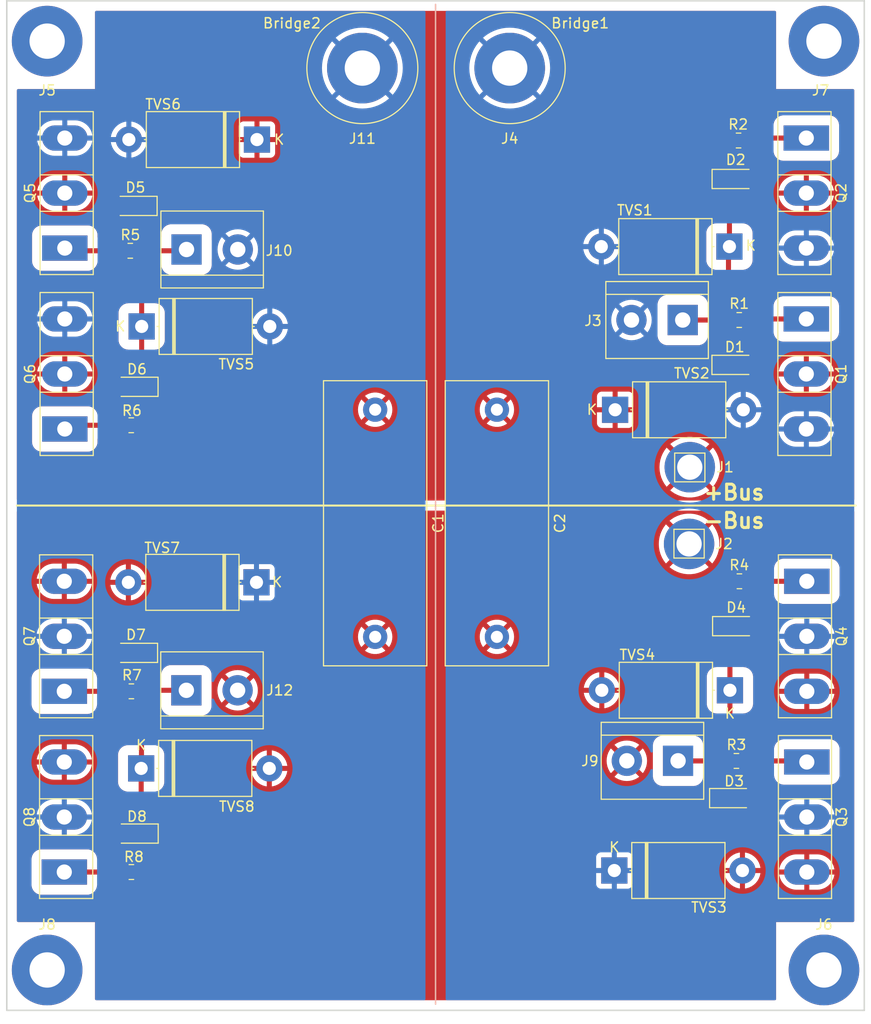
<source format=kicad_pcb>
(kicad_pcb (version 20221018) (generator pcbnew)
  (layers (0 "F.Cu" signal) (31 "B.Cu" signal) (34 "B.Paste" user) (35 "F.Paste" user) (36 "B.SilkS" user "B.Silkscreen") (37 "F.SilkS" user "F.Silkscreen") (38 "B.Mask" user) (39 "F.Mask" user) (44 "Edge.Cuts" user))
  (net 0 "")
  (net 1 "VDD")
  (net 2 "GND")
  (net 3 "Net-(D1-K)")
  (net 4 "Net-(D1-A)")
  (net 5 "Net-(D3-K)")
  (net 6 "Net-(D2-A)")
  (net 7 "Net-(D3-A)")
  (net 8 "Net-(D4-A)")
  (net 9 "Net-(D5-K)")
  (net 10 "Net-(D5-A)")
  (net 11 "Net-(D7-K)")
  (net 12 "Net-(D6-A)")
  (net 13 "Net-(D7-A)")
  (net 14 "Net-(D8-A)")
  (net 19 "Primary_2")
  (net 20 "Primary_1")
  (footprint "MountingHole:MountingHole_3.5mm_Pad_TopBottom" (layer "F.Cu") (at 24 24)
    (fp_text reference "J5" (at 0 4.875) (layer "F.SilkS"))
    (fp_text value "Conn_01x01")
    (pad "1" thru_hole circle locked (at 0 0) (size 3.9 3.9) (drill 3.5) (layers "*.Cu" "*.Mask"))
    (pad "1" connect circle locked (at 0 0) (size 7 7) (layers "F.Cu" "F.Mask"))
    (pad "1" connect circle locked (at 0 0) (size 7 7) (layers "B.Cu" "B.Mask"))
  )
  (footprint "MountingHole:MountingHole_3.5mm_Pad_TopBottom" (layer "F.Cu") (at 24 116)
    (fp_text reference "J8" (at 0 -4.5) (layer "F.SilkS"))
    (fp_text value "Conn_01x01")
    (pad "1" thru_hole circle locked (at 0 0) (size 3.9 3.9) (drill 3.5) (layers "*.Cu" "*.Mask"))
    (pad "1" connect circle locked (at 0 0) (size 7 7) (layers "F.Cu" "F.Mask"))
    (pad "1" connect circle locked (at 0 0) (size 7 7) (layers "B.Cu" "B.Mask"))
  )
  (footprint "Package_TO_SOT_THT:TO-247-3_Vertical" (layer "F.Cu") (at 25.7 88.4 90)
    (fp_text reference "Q7" (at 5.45 -3.45 90) (layer "F.SilkS"))
    (fp_text value "Q_NIGBT_GCE")
    (fp_line (start -2.62 -2.451) (end -2.62 2.82) (stroke (width 0.12)) (layer "F.SilkS"))
    (fp_line (start -2.62 -2.451) (end 13.52 -2.451) (stroke (width 0.12)) (layer "F.SilkS"))
    (fp_line (start -2.62 2.82) (end 13.52 2.82) (stroke (width 0.12)) (layer "F.SilkS"))
    (fp_line (start 3.646 -2.451) (end 3.646 2.82) (stroke (width 0.12)) (layer "F.SilkS"))
    (fp_line (start 7.255 -2.451) (end 7.255 2.82) (stroke (width 0.12)) (layer "F.SilkS"))
    (fp_line (start 13.52 -2.451) (end 13.52 2.82) (stroke (width 0.12)) (layer "F.SilkS"))
    (pad "1" thru_hole rect (at 0 0 90) (size 2.5 4.5) (drill 1.5) (layers "*.Cu" "*.Mask") (net 13 "Net-(D7-A)"))
    (pad "2" thru_hole oval (at 5.45 0 90) (size 2.5 4.5) (drill 1.5) (layers "*.Cu" "*.Mask") (net 19 "Primary_2"))
    (pad "3" thru_hole oval (at 10.9 0 90) (size 2.5 4.5) (drill 1.5) (layers "*.Cu" "*.Mask") (net 2 "GND"))
  )
  (footprint "Package_TO_SOT_THT:TO-247-3_Vertical" (layer "F.Cu") (at 25.75 44.5 90)
    (fp_text reference "Q5" (at 5.45 -3.45 90) (layer "F.SilkS"))
    (fp_text value "Q_NIGBT_GCE")
    (fp_line (start -2.62 -2.451) (end -2.62 2.82) (stroke (width 0.12)) (layer "F.SilkS"))
    (fp_line (start -2.62 -2.451) (end 13.52 -2.451) (stroke (width 0.12)) (layer "F.SilkS"))
    (fp_line (start -2.62 2.82) (end 13.52 2.82) (stroke (width 0.12)) (layer "F.SilkS"))
    (fp_line (start 3.646 -2.451) (end 3.646 2.82) (stroke (width 0.12)) (layer "F.SilkS"))
    (fp_line (start 7.255 -2.451) (end 7.255 2.82) (stroke (width 0.12)) (layer "F.SilkS"))
    (fp_line (start 13.52 -2.451) (end 13.52 2.82) (stroke (width 0.12)) (layer "F.SilkS"))
    (pad "1" thru_hole rect (at 0 0 90) (size 2.5 4.5) (drill 1.5) (layers "*.Cu" "*.Mask") (net 10 "Net-(D5-A)"))
    (pad "2" thru_hole oval (at 5.45 0 90) (size 2.5 4.5) (drill 1.5) (layers "*.Cu" "*.Mask") (net 1 "VDD"))
    (pad "3" thru_hole oval (at 10.9 0 90) (size 2.5 4.5) (drill 1.5) (layers "*.Cu" "*.Mask") (net 19 "Primary_2"))
  )
  (footprint "Connector_Pin:Pin_D1.4mm_L8.5mm_W2.8mm_FlatFork" (layer "F.Cu") (at 87.63 73.8 180)
    (fp_text reference "J2" (at -3.47 0 180) (layer "F.SilkS"))
    (fp_text value "NegBus")
    (fp_line (start -1.5 -1.4) (end -1.5 1.45) (stroke (width 0.12)) (layer "F.SilkS"))
    (fp_line (start -1.5 -1.4) (end 1.5 -1.4) (stroke (width 0.12)) (layer "F.SilkS"))
    (fp_line (start -1.5 1.45) (end 1.5 1.45) (stroke (width 0.12)) (layer "F.SilkS"))
    (fp_line (start 1.5 -1.4) (end 1.5 1.45) (stroke (width 0.12)) (layer "F.SilkS"))
    (pad "1" thru_hole circle (at 0 0 180) (size 5 5) (drill 2.5) (layers "*.Cu" "*.Mask") (net 2 "GND"))
  )
  (footprint "Connector_Pin:Pin_D1.4mm_L8.5mm_W2.8mm_FlatFork" (layer "F.Cu") (at 87.7 66.2)
    (fp_text reference "J1" (at 3.5 0) (layer "F.SilkS"))
    (fp_text value "PosBus")
    (fp_line (start -1.5 -1.4) (end -1.5 1.45) (stroke (width 0.12)) (layer "F.SilkS"))
    (fp_line (start -1.5 -1.4) (end 1.5 -1.4) (stroke (width 0.12)) (layer "F.SilkS"))
    (fp_line (start -1.5 1.45) (end 1.5 1.45) (stroke (width 0.12)) (layer "F.SilkS"))
    (fp_line (start 1.5 -1.4) (end 1.5 1.45) (stroke (width 0.12)) (layer "F.SilkS"))
    (pad "1" thru_hole circle (at 0 0) (size 5 5) (drill 2.5) (layers "*.Cu" "*.Mask") (net 1 "VDD"))
  )
  (footprint "MountingHole:MountingHole_3.5mm_Pad_TopBottom" (layer "F.Cu") (at 101 24)
    (fp_text reference "J7" (at -0.335 4.875) (layer "F.SilkS"))
    (fp_text value "Conn_01x01")
    (pad "1" thru_hole circle locked (at 0 0) (size 3.9 3.9) (drill 3.5) (layers "*.Cu" "*.Mask"))
    (pad "1" connect circle locked (at 0 0) (size 7 7) (layers "F.Cu" "F.Mask"))
    (pad "1" connect circle locked (at 0 0) (size 7 7) (layers "B.Cu" "B.Mask"))
  )
  (footprint "MountingHole:MountingHole_3.5mm_Pad_TopBottom" (layer "F.Cu") (at 101 116)
    (fp_text reference "J6" (at 0 -4.5) (layer "F.SilkS"))
    (fp_text value "Conn_01x01")
    (pad "1" thru_hole circle locked (at 0 0) (size 3.9 3.9) (drill 3.5) (layers "*.Cu" "*.Mask"))
    (pad "1" connect circle locked (at 0 0) (size 7 7) (layers "F.Cu" "F.Mask"))
    (pad "1" connect circle locked (at 0 0) (size 7 7) (layers "B.Cu" "B.Mask"))
  )
  (footprint "TerminalBlock:TerminalBlock_bornier-2_P5.08mm" (layer "F.Cu") (at 37.8 88.3)
    (fp_text reference "J12" (at 9.25 0) (layer "F.SilkS"))
    (fp_text value "Screw_Terminal_01x02")
    (fp_line (start -2.54 -3.81) (end -2.54 3.81) (stroke (width 0.12)) (layer "F.SilkS"))
    (fp_line (start -2.54 3.81) (end 7.62 3.81) (stroke (width 0.12)) (layer "F.SilkS"))
    (fp_line (start 7.62 -3.81) (end -2.54 -3.81) (stroke (width 0.12)) (layer "F.SilkS"))
    (fp_line (start 7.62 2.54) (end -2.54 2.54) (stroke (width 0.12)) (layer "F.SilkS"))
    (fp_line (start 7.62 3.81) (end 7.62 -3.81) (stroke (width 0.12)) (layer "F.SilkS"))
    (pad "1" thru_hole rect (at 0 0) (size 3 3) (drill 1.52) (layers "*.Cu" "*.Mask") (net 11 "Net-(D7-K)"))
    (pad "2" thru_hole circle (at 5.08 0) (size 3 3) (drill 1.52) (layers "*.Cu" "*.Mask") (net 2 "GND"))
  )
  (footprint "TerminalBlock:TerminalBlock_bornier-2_P5.08mm" (layer "F.Cu") (at 37.815 44.638)
    (fp_text reference "J10" (at 9.185 0.112) (layer "F.SilkS"))
    (fp_text value "Screw_Terminal_01x02")
    (fp_line (start -2.54 -3.81) (end -2.54 3.81) (stroke (width 0.12)) (layer "F.SilkS"))
    (fp_line (start -2.54 3.81) (end 7.62 3.81) (stroke (width 0.12)) (layer "F.SilkS"))
    (fp_line (start 7.62 -3.81) (end -2.54 -3.81) (stroke (width 0.12)) (layer "F.SilkS"))
    (fp_line (start 7.62 2.54) (end -2.54 2.54) (stroke (width 0.12)) (layer "F.SilkS"))
    (fp_line (start 7.62 3.81) (end 7.62 -3.81) (stroke (width 0.12)) (layer "F.SilkS"))
    (pad "1" thru_hole rect (at 0 0) (size 3 3) (drill 1.52) (layers "*.Cu" "*.Mask") (net 9 "Net-(D5-K)"))
    (pad "2" thru_hole circle (at 5.08 0) (size 3 3) (drill 1.52) (layers "*.Cu" "*.Mask") (net 19 "Primary_2"))
  )
  (footprint "Package_TO_SOT_THT:TO-247-3_Vertical" (layer "F.Cu") (at 25.7 106.3 90)
    (fp_text reference "Q8" (at 5.45 -3.45 90) (layer "F.SilkS"))
    (fp_text value "Q_NIGBT_GCE")
    (fp_line (start -2.62 -2.451) (end -2.62 2.82) (stroke (width 0.12)) (layer "F.SilkS"))
    (fp_line (start -2.62 -2.451) (end 13.52 -2.451) (stroke (width 0.12)) (layer "F.SilkS"))
    (fp_line (start -2.62 2.82) (end 13.52 2.82) (stroke (width 0.12)) (layer "F.SilkS"))
    (fp_line (start 3.646 -2.451) (end 3.646 2.82) (stroke (width 0.12)) (layer "F.SilkS"))
    (fp_line (start 7.255 -2.451) (end 7.255 2.82) (stroke (width 0.12)) (layer "F.SilkS"))
    (fp_line (start 13.52 -2.451) (end 13.52 2.82) (stroke (width 0.12)) (layer "F.SilkS"))
    (pad "1" thru_hole rect (at 0 0 90) (size 2.5 4.5) (drill 1.5) (layers "*.Cu" "*.Mask") (net 14 "Net-(D8-A)"))
    (pad "2" thru_hole oval (at 5.45 0 90) (size 2.5 4.5) (drill 1.5) (layers "*.Cu" "*.Mask") (net 19 "Primary_2"))
    (pad "3" thru_hole oval (at 10.9 0 90) (size 2.5 4.5) (drill 1.5) (layers "*.Cu" "*.Mask") (net 2 "GND"))
  )
  (footprint "Package_TO_SOT_THT:TO-247-3_Vertical" (layer "F.Cu") (at 25.75 62.418 90)
    (fp_text reference "Q6" (at 5.45 -3.45 90) (layer "F.SilkS"))
    (fp_text value "Q_NIGBT_GCE")
    (fp_line (start -2.62 -2.451) (end -2.62 2.82) (stroke (width 0.12)) (layer "F.SilkS"))
    (fp_line (start -2.62 -2.451) (end 13.52 -2.451) (stroke (width 0.12)) (layer "F.SilkS"))
    (fp_line (start -2.62 2.82) (end 13.52 2.82) (stroke (width 0.12)) (layer "F.SilkS"))
    (fp_line (start 3.646 -2.451) (end 3.646 2.82) (stroke (width 0.12)) (layer "F.SilkS"))
    (fp_line (start 7.255 -2.451) (end 7.255 2.82) (stroke (width 0.12)) (layer "F.SilkS"))
    (fp_line (start 13.52 -2.451) (end 13.52 2.82) (stroke (width 0.12)) (layer "F.SilkS"))
    (pad "1" thru_hole rect (at 0 0 90) (size 2.5 4.5) (drill 1.5) (layers "*.Cu" "*.Mask") (net 12 "Net-(D6-A)"))
    (pad "2" thru_hole oval (at 5.45 0 90) (size 2.5 4.5) (drill 1.5) (layers "*.Cu" "*.Mask") (net 1 "VDD"))
    (pad "3" thru_hole oval (at 10.9 0 90) (size 2.5 4.5) (drill 1.5) (layers "*.Cu" "*.Mask") (net 19 "Primary_2"))
  )
  (footprint "Package_TO_SOT_THT:TO-247-3_Vertical" (layer "F.Cu") (at 99.3 95.4 -90)
    (fp_text reference "Q3" (at 5.45 -3.45 90) (layer "F.SilkS"))
    (fp_text value "Q_NIGBT_GCE")
    (fp_line (start -2.62 -2.451) (end -2.62 2.82) (stroke (width 0.12)) (layer "F.SilkS"))
    (fp_line (start -2.62 -2.451) (end 13.52 -2.451) (stroke (width 0.12)) (layer "F.SilkS"))
    (fp_line (start -2.62 2.82) (end 13.52 2.82) (stroke (width 0.12)) (layer "F.SilkS"))
    (fp_line (start 3.646 -2.451) (end 3.646 2.82) (stroke (width 0.12)) (layer "F.SilkS"))
    (fp_line (start 7.255 -2.451) (end 7.255 2.82) (stroke (width 0.12)) (layer "F.SilkS"))
    (fp_line (start 13.52 -2.451) (end 13.52 2.82) (stroke (width 0.12)) (layer "F.SilkS"))
    (pad "1" thru_hole rect (at 0 0 270) (size 2.5 4.5) (drill 1.5) (layers "*.Cu" "*.Mask") (net 7 "Net-(D3-A)"))
    (pad "2" thru_hole oval (at 5.45 0 270) (size 2.5 4.5) (drill 1.5) (layers "*.Cu" "*.Mask") (net 20 "Primary_1"))
    (pad "3" thru_hole oval (at 10.9 0 270) (size 2.5 4.5) (drill 1.5) (layers "*.Cu" "*.Mask") (net 2 "GND"))
  )
  (footprint "Package_TO_SOT_THT:TO-247-3_Vertical" (layer "F.Cu") (at 99.25 51.518 -90)
    (fp_text reference "Q1" (at 5.45 -3.45 90) (layer "F.SilkS"))
    (fp_text value "Q_NIGBT_GCE")
    (fp_line (start -2.62 -2.451) (end -2.62 2.82) (stroke (width 0.12)) (layer "F.SilkS"))
    (fp_line (start -2.62 -2.451) (end 13.52 -2.451) (stroke (width 0.12)) (layer "F.SilkS"))
    (fp_line (start -2.62 2.82) (end 13.52 2.82) (stroke (width 0.12)) (layer "F.SilkS"))
    (fp_line (start 3.646 -2.451) (end 3.646 2.82) (stroke (width 0.12)) (layer "F.SilkS"))
    (fp_line (start 7.255 -2.451) (end 7.255 2.82) (stroke (width 0.12)) (layer "F.SilkS"))
    (fp_line (start 13.52 -2.451) (end 13.52 2.82) (stroke (width 0.12)) (layer "F.SilkS"))
    (pad "1" thru_hole rect (at 0 0 270) (size 2.5 4.5) (drill 1.5) (layers "*.Cu" "*.Mask") (net 4 "Net-(D1-A)"))
    (pad "2" thru_hole oval (at 5.45 0 270) (size 2.5 4.5) (drill 1.5) (layers "*.Cu" "*.Mask") (net 1 "VDD"))
    (pad "3" thru_hole oval (at 10.9 0 270) (size 2.5 4.5) (drill 1.5) (layers "*.Cu" "*.Mask") (net 20 "Primary_1"))
  )
  (footprint "Package_TO_SOT_THT:TO-247-3_Vertical" (layer "F.Cu") (at 99.3 77.5 -90)
    (fp_text reference "Q4" (at 5.45 -3.45 90) (layer "F.SilkS"))
    (fp_text value "Q_NIGBT_GCE")
    (fp_line (start -2.62 -2.451) (end -2.62 2.82) (stroke (width 0.12)) (layer "F.SilkS"))
    (fp_line (start -2.62 -2.451) (end 13.52 -2.451) (stroke (width 0.12)) (layer "F.SilkS"))
    (fp_line (start -2.62 2.82) (end 13.52 2.82) (stroke (width 0.12)) (layer "F.SilkS"))
    (fp_line (start 3.646 -2.451) (end 3.646 2.82) (stroke (width 0.12)) (layer "F.SilkS"))
    (fp_line (start 7.255 -2.451) (end 7.255 2.82) (stroke (width 0.12)) (layer "F.SilkS"))
    (fp_line (start 13.52 -2.451) (end 13.52 2.82) (stroke (width 0.12)) (layer "F.SilkS"))
    (pad "1" thru_hole rect (at 0 0 270) (size 2.5 4.5) (drill 1.5) (layers "*.Cu" "*.Mask") (net 8 "Net-(D4-A)"))
    (pad "2" thru_hole oval (at 5.45 0 270) (size 2.5 4.5) (drill 1.5) (layers "*.Cu" "*.Mask") (net 20 "Primary_1"))
    (pad "3" thru_hole oval (at 10.9 0 270) (size 2.5 4.5) (drill 1.5) (layers "*.Cu" "*.Mask") (net 2 "GND"))
  )
  (footprint "Package_TO_SOT_THT:TO-247-3_Vertical" (layer "F.Cu") (at 99.25 33.6 -90)
    (fp_text reference "Q2" (at 5.45 -3.45 90) (layer "F.SilkS"))
    (fp_text value "Q_NIGBT_GCE")
    (fp_line (start -2.62 -2.451) (end -2.62 2.82) (stroke (width 0.12)) (layer "F.SilkS"))
    (fp_line (start -2.62 -2.451) (end 13.52 -2.451) (stroke (width 0.12)) (layer "F.SilkS"))
    (fp_line (start -2.62 2.82) (end 13.52 2.82) (stroke (width 0.12)) (layer "F.SilkS"))
    (fp_line (start 3.646 -2.451) (end 3.646 2.82) (stroke (width 0.12)) (layer "F.SilkS"))
    (fp_line (start 7.255 -2.451) (end 7.255 2.82) (stroke (width 0.12)) (layer "F.SilkS"))
    (fp_line (start 13.52 -2.451) (end 13.52 2.82) (stroke (width 0.12)) (layer "F.SilkS"))
    (pad "1" thru_hole rect (at 0 0 270) (size 2.5 4.5) (drill 1.5) (layers "*.Cu" "*.Mask") (net 6 "Net-(D2-A)"))
    (pad "2" thru_hole oval (at 5.45 0 270) (size 2.5 4.5) (drill 1.5) (layers "*.Cu" "*.Mask") (net 1 "VDD"))
    (pad "3" thru_hole oval (at 10.9 0 270) (size 2.5 4.5) (drill 1.5) (layers "*.Cu" "*.Mask") (net 20 "Primary_1"))
  )
  (footprint "Connector:Banana_Jack_1Pin" (layer "F.Cu") (at 69.85 26.67)
    (fp_text reference "J4" (at 0 6.985) (layer "F.SilkS"))
    (fp_text value "Bridge1")
    (fp_circle (center 0 0) (end 5.5 0) (stroke (width 0.12)) (fill none) (layer "F.SilkS"))
    (pad "1" thru_hole circle (at 0 0) (size 7 7) (drill 3.5) (layers "*.Cu" "*.Mask") (net 20 "Primary_1"))
  )
  (footprint "Diode_THT:D_DO-201AE_P12.70mm_Horizontal" (layer "F.Cu") (at 33.32 96.035)
    (fp_text reference "TVS8" (at 9.48 3.78) (layer "F.SilkS"))
    (fp_text value "1.5KE27CA")
    (fp_text user "K" (at 0 -2.3) (layer "F.SilkS"))
    (fp_line (start 1.54 0) (end 1.73 0) (stroke (width 0.12)) (layer "F.SilkS"))
    (fp_line (start 1.73 -2.77) (end 1.73 2.77) (stroke (width 0.12)) (layer "F.SilkS"))
    (fp_line (start 1.73 2.77) (end 10.97 2.77) (stroke (width 0.12)) (layer "F.SilkS"))
    (fp_line (start 3.08 -2.77) (end 3.08 2.77) (stroke (width 0.12)) (layer "F.SilkS"))
    (fp_line (start 3.2 -2.77) (end 3.2 2.77) (stroke (width 0.12)) (layer "F.SilkS"))
    (fp_line (start 3.32 -2.77) (end 3.32 2.77) (stroke (width 0.12)) (layer "F.SilkS"))
    (fp_line (start 10.97 -2.77) (end 1.73 -2.77) (stroke (width 0.12)) (layer "F.SilkS"))
    (fp_line (start 10.97 2.77) (end 10.97 -2.77) (stroke (width 0.12)) (layer "F.SilkS"))
    (fp_line (start 11.16 0) (end 10.97 0) (stroke (width 0.12)) (layer "F.SilkS"))
    (pad "1" thru_hole rect (at 0 0) (size 2.6 2.6) (drill 1.3) (layers "*.Cu" "*.Mask") (net 11 "Net-(D7-K)"))
    (pad "2" thru_hole oval (at 12.7 0) (size 2.6 2.6) (drill 1.3) (layers "*.Cu" "*.Mask") (net 2 "GND"))
  )
  (footprint "Diode_THT:D_DO-201AE_P12.70mm_Horizontal" (layer "F.Cu") (at 33.37 52.258)
    (fp_text reference "TVS5" (at 9.38 3.742) (layer "F.SilkS"))
    (fp_text value "1.5KE27CA")
    (fp_text user "K" (at -2.12 -0.008) (layer "F.SilkS"))
    (fp_line (start 1.54 0) (end 1.73 0) (stroke (width 0.12)) (layer "F.SilkS"))
    (fp_line (start 1.73 -2.77) (end 1.73 2.77) (stroke (width 0.12)) (layer "F.SilkS"))
    (fp_line (start 1.73 2.77) (end 10.97 2.77) (stroke (width 0.12)) (layer "F.SilkS"))
    (fp_line (start 3.08 -2.77) (end 3.08 2.77) (stroke (width 0.12)) (layer "F.SilkS"))
    (fp_line (start 3.2 -2.77) (end 3.2 2.77) (stroke (width 0.12)) (layer "F.SilkS"))
    (fp_line (start 3.32 -2.77) (end 3.32 2.77) (stroke (width 0.12)) (layer "F.SilkS"))
    (fp_line (start 10.97 -2.77) (end 1.73 -2.77) (stroke (width 0.12)) (layer "F.SilkS"))
    (fp_line (start 10.97 2.77) (end 10.97 -2.77) (stroke (width 0.12)) (layer "F.SilkS"))
    (fp_line (start 11.16 0) (end 10.97 0) (stroke (width 0.12)) (layer "F.SilkS"))
    (pad "1" thru_hole rect (at 0 0) (size 2.6 2.6) (drill 1.3) (layers "*.Cu" "*.Mask") (net 9 "Net-(D5-K)"))
    (pad "2" thru_hole oval (at 12.7 0) (size 2.6 2.6) (drill 1.3) (layers "*.Cu" "*.Mask") (net 19 "Primary_2"))
  )
  (footprint "Diode_SMD:Nexperia_CFP3_SOD-123W" (layer "F.Cu") (at 32.685 84.59 180)
    (fp_text reference "D7" (at -0.115 1.79 180) (layer "F.SilkS"))
    (fp_text value "1N5819")
    (fp_line (start -2.26 -0.95) (end -2.26 0.95) (stroke (width 0.12)) (layer "F.SilkS"))
    (fp_line (start -2.26 -0.95) (end 1.4 -0.95) (stroke (width 0.12)) (layer "F.SilkS"))
    (fp_line (start -2.26 0.95) (end 1.4 0.95) (stroke (width 0.12)) (layer "F.SilkS"))
    (pad "1" smd rect (at -1.4 0 180) (size 1.2 1.2) (layers "F.Cu" "F.Paste" "F.Mask") (net 11 "Net-(D7-K)"))
    (pad "2" smd rect (at 1.4 0 180) (size 1.2 1.2) (layers "F.Cu" "F.Paste" "F.Mask") (net 13 "Net-(D7-A)"))
  )
  (footprint "Diode_SMD:Nexperia_CFP3_SOD-123W" (layer "F.Cu") (at 32.64 40.32 180)
    (fp_text reference "D5" (at -0.11 1.82 180) (layer "F.SilkS"))
    (fp_text value "1N5819")
    (fp_line (start -2.26 -0.95) (end -2.26 0.95) (stroke (width 0.12)) (layer "F.SilkS"))
    (fp_line (start -2.26 -0.95) (end 1.4 -0.95) (stroke (width 0.12)) (layer "F.SilkS"))
    (fp_line (start -2.26 0.95) (end 1.4 0.95) (stroke (width 0.12)) (layer "F.SilkS"))
    (pad "1" smd rect (at -1.4 0 180) (size 1.2 1.2) (layers "F.Cu" "F.Paste" "F.Mask") (net 9 "Net-(D5-K)"))
    (pad "2" smd rect (at 1.4 0 180) (size 1.2 1.2) (layers "F.Cu" "F.Paste" "F.Mask") (net 10 "Net-(D5-A)"))
  )
  (footprint "Diode_SMD:Nexperia_CFP3_SOD-123W" (layer "F.Cu") (at 32.75 102.49 180)
    (fp_text reference "D8" (at -0.15 1.69 180) (layer "F.SilkS"))
    (fp_text value "1N5819")
    (fp_line (start -2.26 -0.95) (end -2.26 0.95) (stroke (width 0.12)) (layer "F.SilkS"))
    (fp_line (start -2.26 -0.95) (end 1.4 -0.95) (stroke (width 0.12)) (layer "F.SilkS"))
    (fp_line (start -2.26 0.95) (end 1.4 0.95) (stroke (width 0.12)) (layer "F.SilkS"))
    (pad "1" smd rect (at -1.4 0 180) (size 1.2 1.2) (layers "F.Cu" "F.Paste" "F.Mask") (net 11 "Net-(D7-K)"))
    (pad "2" smd rect (at 1.4 0 180) (size 1.2 1.2) (layers "F.Cu" "F.Paste" "F.Mask") (net 14 "Net-(D8-A)"))
  )
  (footprint "Diode_SMD:Nexperia_CFP3_SOD-123W" (layer "F.Cu") (at 32.735 58.238 180)
    (fp_text reference "D6" (at -0.165 1.738 180) (layer "F.SilkS"))
    (fp_text value "1N5819")
    (fp_line (start -2.26 -0.95) (end -2.26 0.95) (stroke (width 0.12)) (layer "F.SilkS"))
    (fp_line (start -2.26 -0.95) (end 1.4 -0.95) (stroke (width 0.12)) (layer "F.SilkS"))
    (fp_line (start -2.26 0.95) (end 1.4 0.95) (stroke (width 0.12)) (layer "F.SilkS"))
    (pad "1" smd rect (at -1.4 0 180) (size 1.2 1.2) (layers "F.Cu" "F.Paste" "F.Mask") (net 9 "Net-(D5-K)"))
    (pad "2" smd rect (at 1.4 0 180) (size 1.2 1.2) (layers "F.Cu" "F.Paste" "F.Mask") (net 12 "Net-(D6-A)"))
  )
  (footprint "Diode_SMD:Nexperia_CFP3_SOD-123W" (layer "F.Cu") (at 91.921 98.978)
    (fp_text reference "D3" (at 0.179 -1.678) (layer "F.SilkS"))
    (fp_text value "1N5819")
    (fp_line (start -2.26 -0.95) (end -2.26 0.95) (stroke (width 0.12)) (layer "F.SilkS"))
    (fp_line (start -2.26 -0.95) (end 1.4 -0.95) (stroke (width 0.12)) (layer "F.SilkS"))
    (fp_line (start -2.26 0.95) (end 1.4 0.95) (stroke (width 0.12)) (layer "F.SilkS"))
    (pad "1" smd rect (at -1.4 0) (size 1.2 1.2) (layers "F.Cu" "F.Paste" "F.Mask") (net 5 "Net-(D3-K)"))
    (pad "2" smd rect (at 1.4 0) (size 1.2 1.2) (layers "F.Cu" "F.Paste" "F.Mask") (net 7 "Net-(D3-A)"))
  )
  (footprint "Diode_SMD:Nexperia_CFP3_SOD-123W" (layer "F.Cu") (at 92.155 56.068)
    (fp_text reference "D1" (at 0 -1.768) (layer "F.SilkS"))
    (fp_text value "1N5819")
    (fp_line (start -2.26 -0.95) (end -2.26 0.95) (stroke (width 0.12)) (layer "F.SilkS"))
    (fp_line (start -2.26 -0.95) (end 1.4 -0.95) (stroke (width 0.12)) (layer "F.SilkS"))
    (fp_line (start -2.26 0.95) (end 1.4 0.95) (stroke (width 0.12)) (layer "F.SilkS"))
    (pad "1" smd rect (at -1.4 0) (size 1.2 1.2) (layers "F.Cu" "F.Paste" "F.Mask") (net 3 "Net-(D1-K)"))
    (pad "2" smd rect (at 1.4 0) (size 1.2 1.2) (layers "F.Cu" "F.Paste" "F.Mask") (net 4 "Net-(D1-A)"))
  )
  (footprint "Diode_SMD:Nexperia_CFP3_SOD-123W" (layer "F.Cu") (at 92.22 81.945)
    (fp_text reference "D4" (at 0.08 -1.845) (layer "F.SilkS"))
    (fp_text value "1N5819")
    (fp_line (start -2.26 -0.95) (end -2.26 0.95) (stroke (width 0.12)) (layer "F.SilkS"))
    (fp_line (start -2.26 -0.95) (end 1.4 -0.95) (stroke (width 0.12)) (layer "F.SilkS"))
    (fp_line (start -2.26 0.95) (end 1.4 0.95) (stroke (width 0.12)) (layer "F.SilkS"))
    (pad "1" smd rect (at -1.4 0) (size 1.2 1.2) (layers "F.Cu" "F.Paste" "F.Mask") (net 5 "Net-(D3-K)"))
    (pad "2" smd rect (at 1.4 0) (size 1.2 1.2) (layers "F.Cu" "F.Paste" "F.Mask") (net 8 "Net-(D4-A)"))
  )
  (footprint "Diode_SMD:Nexperia_CFP3_SOD-123W" (layer "F.Cu") (at 92.17 37.653)
    (fp_text reference "D2" (at 0.08 -1.903) (layer "F.SilkS"))
    (fp_text value "1N5819")
    (fp_line (start -2.26 -0.95) (end -2.26 0.95) (stroke (width 0.12)) (layer "F.SilkS"))
    (fp_line (start -2.26 -0.95) (end 1.4 -0.95) (stroke (width 0.12)) (layer "F.SilkS"))
    (fp_line (start -2.26 0.95) (end 1.4 0.95) (stroke (width 0.12)) (layer "F.SilkS"))
    (pad "1" smd rect (at -1.4 0) (size 1.2 1.2) (layers "F.Cu" "F.Paste" "F.Mask") (net 3 "Net-(D1-K)"))
    (pad "2" smd rect (at 1.4 0) (size 1.2 1.2) (layers "F.Cu" "F.Paste" "F.Mask") (net 6 "Net-(D2-A)"))
  )
  (footprint "Resistor_SMD:R_0805_2012Metric_Pad1.20x1.40mm_HandSolder" (layer "F.Cu") (at 32.35 88.4)
    (fp_text reference "R7" (at 0.05 -1.6) (layer "F.SilkS"))
    (fp_text value "10")
    (fp_line (start -0.227064 -0.735) (end 0.227064 -0.735) (stroke (width 0.12)) (layer "F.SilkS"))
    (fp_line (start -0.227064 0.735) (end 0.227064 0.735) (stroke (width 0.12)) (layer "F.SilkS"))
    (pad "1" smd roundrect (at -1 0) (size 1.2 1.4) (layers "F.Cu" "F.Paste" "F.Mask") (roundrect_rratio 0.2083333333) (net 13 "Net-(D7-A)"))
    (pad "2" smd roundrect (at 1 0) (size 1.2 1.4) (layers "F.Cu" "F.Paste" "F.Mask") (roundrect_rratio 0.2083333333) (net 11 "Net-(D7-K)"))
  )
  (footprint "Resistor_SMD:R_0805_2012Metric_Pad1.20x1.40mm_HandSolder" (layer "F.Cu") (at 32.24 44.765)
    (fp_text reference "R5" (at 0.01 -1.565) (layer "F.SilkS"))
    (fp_text value "10")
    (fp_line (start -0.227064 -0.735) (end 0.227064 -0.735) (stroke (width 0.12)) (layer "F.SilkS"))
    (fp_line (start -0.227064 0.735) (end 0.227064 0.735) (stroke (width 0.12)) (layer "F.SilkS"))
    (pad "1" smd roundrect (at -1 0) (size 1.2 1.4) (layers "F.Cu" "F.Paste" "F.Mask") (roundrect_rratio 0.2083333333) (net 10 "Net-(D5-A)"))
    (pad "2" smd roundrect (at 1 0) (size 1.2 1.4) (layers "F.Cu" "F.Paste" "F.Mask") (roundrect_rratio 0.2083333333) (net 9 "Net-(D5-K)"))
  )
  (footprint "Resistor_SMD:R_0805_2012Metric_Pad1.20x1.40mm_HandSolder" (layer "F.Cu") (at 32.35 106.3)
    (fp_text reference "R8" (at 0.25 -1.5) (layer "F.SilkS"))
    (fp_text value "10")
    (fp_line (start -0.227064 -0.735) (end 0.227064 -0.735) (stroke (width 0.12)) (layer "F.SilkS"))
    (fp_line (start -0.227064 0.735) (end 0.227064 0.735) (stroke (width 0.12)) (layer "F.SilkS"))
    (pad "1" smd roundrect (at -1 0) (size 1.2 1.4) (layers "F.Cu" "F.Paste" "F.Mask") (roundrect_rratio 0.2083333333) (net 14 "Net-(D8-A)"))
    (pad "2" smd roundrect (at 1 0) (size 1.2 1.4) (layers "F.Cu" "F.Paste" "F.Mask") (roundrect_rratio 0.2083333333) (net 11 "Net-(D7-K)"))
  )
  (footprint "Resistor_SMD:R_0805_2012Metric_Pad1.20x1.40mm_HandSolder" (layer "F.Cu") (at 32.335 62.048)
    (fp_text reference "R6" (at 0.065 -1.448) (layer "F.SilkS"))
    (fp_text value "10")
    (fp_line (start -0.227064 -0.735) (end 0.227064 -0.735) (stroke (width 0.12)) (layer "F.SilkS"))
    (fp_line (start -0.227064 0.735) (end 0.227064 0.735) (stroke (width 0.12)) (layer "F.SilkS"))
    (pad "1" smd roundrect (at -1 0) (size 1.2 1.4) (layers "F.Cu" "F.Paste" "F.Mask") (roundrect_rratio 0.2083333333) (net 12 "Net-(D6-A)"))
    (pad "2" smd roundrect (at 1 0) (size 1.2 1.4) (layers "F.Cu" "F.Paste" "F.Mask") (roundrect_rratio 0.2083333333) (net 9 "Net-(D5-K)"))
  )
  (footprint "Resistor_SMD:R_0805_2012Metric_Pad1.20x1.40mm_HandSolder" (layer "F.Cu") (at 92.321 95.295 180)
    (fp_text reference "R3" (at 0 1.595) (layer "F.SilkS"))
    (fp_text value "10")
    (fp_line (start -0.227064 -0.735) (end 0.227064 -0.735) (stroke (width 0.12)) (layer "F.SilkS"))
    (fp_line (start -0.227064 0.735) (end 0.227064 0.735) (stroke (width 0.12)) (layer "F.SilkS"))
    (pad "1" smd roundrect (at -1 0 180) (size 1.2 1.4) (layers "F.Cu" "F.Paste" "F.Mask") (roundrect_rratio 0.2083333333) (net 7 "Net-(D3-A)"))
    (pad "2" smd roundrect (at 1 0 180) (size 1.2 1.4) (layers "F.Cu" "F.Paste" "F.Mask") (roundrect_rratio 0.2083333333) (net 5 "Net-(D3-K)"))
  )
  (footprint "Resistor_SMD:R_0805_2012Metric_Pad1.20x1.40mm_HandSolder" (layer "F.Cu") (at 92.6 51.623 180)
    (fp_text reference "R1" (at 0 1.623) (layer "F.SilkS"))
    (fp_text value "10")
    (fp_line (start -0.227064 -0.735) (end 0.227064 -0.735) (stroke (width 0.12)) (layer "F.SilkS"))
    (fp_line (start -0.227064 0.735) (end 0.227064 0.735) (stroke (width 0.12)) (layer "F.SilkS"))
    (pad "1" smd roundrect (at -1 0 180) (size 1.2 1.4) (layers "F.Cu" "F.Paste" "F.Mask") (roundrect_rratio 0.2083333333) (net 4 "Net-(D1-A)"))
    (pad "2" smd roundrect (at 1 0 180) (size 1.2 1.4) (layers "F.Cu" "F.Paste" "F.Mask") (roundrect_rratio 0.2083333333) (net 3 "Net-(D1-K)"))
  )
  (footprint "Resistor_SMD:R_0805_2012Metric_Pad1.20x1.40mm_HandSolder" (layer "F.Cu") (at 92.62 77.5 180)
    (fp_text reference "R4" (at 0.02 1.6) (layer "F.SilkS"))
    (fp_text value locked "10")
    (fp_line (start -0.227064 -0.735) (end 0.227064 -0.735) (stroke (width 0.12)) (layer "F.SilkS"))
    (fp_line (start -0.227064 0.735) (end 0.227064 0.735) (stroke (width 0.12)) (layer "F.SilkS"))
    (pad "1" smd roundrect (at -1 0 180) (size 1.2 1.4) (layers "F.Cu" "F.Paste" "F.Mask") (roundrect_rratio 0.2083333333) (net 8 "Net-(D4-A)"))
    (pad "2" smd roundrect (at 1 0 180) (size 1.2 1.4) (layers "F.Cu" "F.Paste" "F.Mask") (roundrect_rratio 0.2083333333) (net 5 "Net-(D3-K)"))
  )
  (footprint "Resistor_SMD:R_0805_2012Metric_Pad1.20x1.40mm_HandSolder" (layer "F.Cu") (at 92.535 33.843 180)
    (fp_text reference "R2" (at 0.035 1.593 180) (layer "F.SilkS"))
    (fp_text value "10")
    (fp_line (start -0.227064 -0.735) (end 0.227064 -0.735) (stroke (width 0.12)) (layer "F.SilkS"))
    (fp_line (start -0.227064 0.735) (end 0.227064 0.735) (stroke (width 0.12)) (layer "F.SilkS"))
    (pad "1" smd roundrect (at -1 0 180) (size 1.2 1.4) (layers "F.Cu" "F.Paste" "F.Mask") (roundrect_rratio 0.2083333333) (net 6 "Net-(D2-A)"))
    (pad "2" smd roundrect (at 1 0 180) (size 1.2 1.4) (layers "F.Cu" "F.Paste" "F.Mask") (roundrect_rratio 0.2083333333) (net 3 "Net-(D1-K)"))
  )
  (footprint "Diode_THT:D_DO-201AE_P12.70mm_Horizontal" (layer "F.Cu") (at 80.3 60.513)
    (fp_text reference "TVS2" (at 7.6 -3.613) (layer "F.SilkS"))
    (fp_text value "1.5KE220CA")
    (fp_text user "K" (at -2.3 -0.013) (layer "F.SilkS"))
    (fp_line (start 1.54 0) (end 1.73 0) (stroke (width 0.12)) (layer "F.SilkS"))
    (fp_line (start 1.73 -2.77) (end 1.73 2.77) (stroke (width 0.12)) (layer "F.SilkS"))
    (fp_line (start 1.73 2.77) (end 10.97 2.77) (stroke (width 0.12)) (layer "F.SilkS"))
    (fp_line (start 3.08 -2.77) (end 3.08 2.77) (stroke (width 0.12)) (layer "F.SilkS"))
    (fp_line (start 3.2 -2.77) (end 3.2 2.77) (stroke (width 0.12)) (layer "F.SilkS"))
    (fp_line (start 3.32 -2.77) (end 3.32 2.77) (stroke (width 0.12)) (layer "F.SilkS"))
    (fp_line (start 10.97 -2.77) (end 1.73 -2.77) (stroke (width 0.12)) (layer "F.SilkS"))
    (fp_line (start 10.97 2.77) (end 10.97 -2.77) (stroke (width 0.12)) (layer "F.SilkS"))
    (fp_line (start 11.16 0) (end 10.97 0) (stroke (width 0.12)) (layer "F.SilkS"))
    (pad "1" thru_hole rect (at 0 0) (size 2.6 2.6) (drill 1.3) (layers "*.Cu" "*.Mask") (net 1 "VDD"))
    (pad "2" thru_hole oval (at 12.7 0) (size 2.6 2.6) (drill 1.3) (layers "*.Cu" "*.Mask") (net 20 "Primary_1"))
  )
  (footprint "Diode_THT:D_DO-201AE_P12.70mm_Horizontal" (layer "F.Cu") (at 80.22 106.15)
    (fp_text reference "TVS3" (at 9.38 3.65) (layer "F.SilkS"))
    (fp_text value "1.5KE220CA")
    (fp_text user "K" (at 0 -2.3) (layer "F.SilkS"))
    (fp_line (start 1.54 0) (end 1.73 0) (stroke (width 0.12)) (layer "F.SilkS"))
    (fp_line (start 1.73 -2.77) (end 1.73 2.77) (stroke (width 0.12)) (layer "F.SilkS"))
    (fp_line (start 1.73 2.77) (end 10.97 2.77) (stroke (width 0.12)) (layer "F.SilkS"))
    (fp_line (start 3.08 -2.77) (end 3.08 2.77) (stroke (width 0.12)) (layer "F.SilkS"))
    (fp_line (start 3.2 -2.77) (end 3.2 2.77) (stroke (width 0.12)) (layer "F.SilkS"))
    (fp_line (start 3.32 -2.77) (end 3.32 2.77) (stroke (width 0.12)) (layer "F.SilkS"))
    (fp_line (start 10.97 -2.77) (end 1.73 -2.77) (stroke (width 0.12)) (layer "F.SilkS"))
    (fp_line (start 10.97 2.77) (end 10.97 -2.77) (stroke (width 0.12)) (layer "F.SilkS"))
    (fp_line (start 11.16 0) (end 10.97 0) (stroke (width 0.12)) (layer "F.SilkS"))
    (pad "1" thru_hole rect (at 0 0) (size 2.6 2.6) (drill 1.3) (layers "*.Cu" "*.Mask") (net 20 "Primary_1"))
    (pad "2" thru_hole oval (at 12.7 0) (size 2.6 2.6) (drill 1.3) (layers "*.Cu" "*.Mask") (net 2 "GND"))
  )
  (footprint "Capacitor_THT:C_Rect_L28.0mm_W10.0mm_P22.50mm_MKS4" (layer "F.Cu") (at 56.515 60.505 -90)
    (fp_text reference "C1" (at 11.25 -6.25 -90) (layer "F.SilkS"))
    (fp_text value "1 uF")
    (fp_line (start -2.87 -5.12) (end -2.87 5.12) (stroke (width 0.12)) (layer "F.SilkS"))
    (fp_line (start -2.87 -5.12) (end 25.37 -5.12) (stroke (width 0.12)) (layer "F.SilkS"))
    (fp_line (start -2.87 5.12) (end 25.37 5.12) (stroke (width 0.12)) (layer "F.SilkS"))
    (fp_line (start 25.37 -5.12) (end 25.37 5.12) (stroke (width 0.12)) (layer "F.SilkS"))
    (pad "1" thru_hole circle (at 0 0 270) (size 2.4 2.4) (drill 1.2) (layers "*.Cu" "*.Mask") (net 1 "VDD"))
    (pad "2" thru_hole circle (at 22.5 0 270) (size 2.4 2.4) (drill 1.2) (layers "*.Cu" "*.Mask") (net 2 "GND"))
  )
  (footprint "Capacitor_THT:C_Rect_L28.0mm_W10.0mm_P22.50mm_MKS4" (layer "F.Cu") (at 68.58 60.505 -90)
    (fp_text reference "C2" (at 11.25 -6.25 90) (layer "F.SilkS"))
    (fp_text value "1 uF")
    (fp_line (start -2.87 -5.12) (end -2.87 5.12) (stroke (width 0.12)) (layer "F.SilkS"))
    (fp_line (start -2.87 -5.12) (end 25.37 -5.12) (stroke (width 0.12)) (layer "F.SilkS"))
    (fp_line (start -2.87 5.12) (end 25.37 5.12) (stroke (width 0.12)) (layer "F.SilkS"))
    (fp_line (start 25.37 -5.12) (end 25.37 5.12) (stroke (width 0.12)) (layer "F.SilkS"))
    (pad "1" thru_hole circle (at 0 0 270) (size 2.4 2.4) (drill 1.2) (layers "*.Cu" "*.Mask") (net 1 "VDD"))
    (pad "2" thru_hole circle (at 22.5 0 270) (size 2.4 2.4) (drill 1.2) (layers "*.Cu" "*.Mask") (net 2 "GND"))
  )
  (footprint "TerminalBlock:TerminalBlock_bornier-2_P5.08mm" (layer "F.Cu") (at 87 51.623 180)
    (fp_text reference "J3" (at 8.89 -0.077) (layer "F.SilkS"))
    (fp_text value "Screw_Terminal_01x02")
    (fp_line (start -2.54 -3.81) (end -2.54 3.81) (stroke (width 0.12)) (layer "F.SilkS"))
    (fp_line (start -2.54 3.81) (end 7.62 3.81) (stroke (width 0.12)) (layer "F.SilkS"))
    (fp_line (start 7.62 -3.81) (end -2.54 -3.81) (stroke (width 0.12)) (layer "F.SilkS"))
    (fp_line (start 7.62 2.54) (end -2.54 2.54) (stroke (width 0.12)) (layer "F.SilkS"))
    (fp_line (start 7.62 3.81) (end 7.62 -3.81) (stroke (width 0.12)) (layer "F.SilkS"))
    (pad "1" thru_hole rect (at 0 0 180) (size 3 3) (drill 1.52) (layers "*.Cu" "*.Mask") (net 3 "Net-(D1-K)"))
    (pad "2" thru_hole circle (at 5.08 0 180) (size 3 3) (drill 1.52) (layers "*.Cu" "*.Mask") (net 20 "Primary_1"))
  )
  (footprint "TerminalBlock:TerminalBlock_bornier-2_P5.08mm" (layer "F.Cu") (at 86.54 95.28 180)
    (fp_text reference "J9" (at 8.74 -0.02) (layer "F.SilkS"))
    (fp_text value "Screw_Terminal_01x02")
    (fp_line (start -2.54 -3.81) (end -2.54 3.81) (stroke (width 0.12)) (layer "F.SilkS"))
    (fp_line (start -2.54 3.81) (end 7.62 3.81) (stroke (width 0.12)) (layer "F.SilkS"))
    (fp_line (start 7.62 -3.81) (end -2.54 -3.81) (stroke (width 0.12)) (layer "F.SilkS"))
    (fp_line (start 7.62 2.54) (end -2.54 2.54) (stroke (width 0.12)) (layer "F.SilkS"))
    (fp_line (start 7.62 3.81) (end 7.62 -3.81) (stroke (width 0.12)) (layer "F.SilkS"))
    (pad "1" thru_hole rect (at 0 0 180) (size 3 3) (drill 1.52) (layers "*.Cu" "*.Mask") (net 5 "Net-(D3-K)"))
    (pad "2" thru_hole circle (at 5.08 0 180) (size 3 3) (drill 1.52) (layers "*.Cu" "*.Mask") (net 2 "GND"))
  )
  (footprint "Connector:Banana_Jack_1Pin" (layer "F.Cu") (at 55.245 26.67)
    (fp_text reference "J11" (at 0 6.985) (layer "F.SilkS"))
    (fp_text value "Bridge2")
    (fp_circle (center 0 0) (end 5.5 0) (stroke (width 0.12)) (fill none) (layer "F.SilkS"))
    (pad "1" thru_hole circle (at 0 0) (size 7 7) (drill 3.5) (layers "*.Cu" "*.Mask") (net 19 "Primary_2"))
  )
  (footprint "Diode_THT:D_DO-201AE_P12.70mm_Horizontal" (layer "F.Cu") (at 91.63 44.35 180)
    (fp_text reference "TVS1" (at 9.38 3.6 180) (layer "F.SilkS"))
    (fp_text value "1.5KE27CA")
    (fp_text user "K" (at -2.12 0.1 180) (layer "F.SilkS"))
    (fp_line (start 1.54 0) (end 1.73 0) (stroke (width 0.12)) (layer "F.SilkS"))
    (fp_line (start 1.73 -2.77) (end 1.73 2.77) (stroke (width 0.12)) (layer "F.SilkS"))
    (fp_line (start 1.73 2.77) (end 10.97 2.77) (stroke (width 0.12)) (layer "F.SilkS"))
    (fp_line (start 3.08 -2.77) (end 3.08 2.77) (stroke (width 0.12)) (layer "F.SilkS"))
    (fp_line (start 3.2 -2.77) (end 3.2 2.77) (stroke (width 0.12)) (layer "F.SilkS"))
    (fp_line (start 3.32 -2.77) (end 3.32 2.77) (stroke (width 0.12)) (layer "F.SilkS"))
    (fp_line (start 10.97 -2.77) (end 1.73 -2.77) (stroke (width 0.12)) (layer "F.SilkS"))
    (fp_line (start 10.97 2.77) (end 10.97 -2.77) (stroke (width 0.12)) (layer "F.SilkS"))
    (fp_line (start 11.16 0) (end 10.97 0) (stroke (width 0.12)) (layer "F.SilkS"))
    (pad "1" thru_hole rect (at 0 0 180) (size 2.6 2.6) (drill 1.3) (layers "*.Cu" "*.Mask") (net 3 "Net-(D1-K)"))
    (pad "2" thru_hole oval (at 12.7 0 180) (size 2.6 2.6) (drill 1.3) (layers "*.Cu" "*.Mask") (net 20 "Primary_1"))
  )
  (footprint "Diode_THT:D_DO-201AE_P12.70mm_Horizontal" (layer "F.Cu") (at 91.68 88.295 180)
    (fp_text reference "TVS4" (at 9.18 3.51 180) (layer "F.SilkS"))
    (fp_text value "1.5KE27CA")
    (fp_text user "K" (at 0 -2.3 180) (layer "F.SilkS"))
    (fp_line (start 1.54 0) (end 1.73 0) (stroke (width 0.12)) (layer "F.SilkS"))
    (fp_line (start 1.73 -2.77) (end 1.73 2.77) (stroke (width 0.12)) (layer "F.SilkS"))
    (fp_line (start 1.73 2.77) (end 10.97 2.77) (stroke (width 0.12)) (layer "F.SilkS"))
    (fp_line (start 3.08 -2.77) (end 3.08 2.77) (stroke (width 0.12)) (layer "F.SilkS"))
    (fp_line (start 3.2 -2.77) (end 3.2 2.77) (stroke (width 0.12)) (layer "F.SilkS"))
    (fp_line (start 3.32 -2.77) (end 3.32 2.77) (stroke (width 0.12)) (layer "F.SilkS"))
    (fp_line (start 10.97 -2.77) (end 1.73 -2.77) (stroke (width 0.12)) (layer "F.SilkS"))
    (fp_line (start 10.97 2.77) (end 10.97 -2.77) (stroke (width 0.12)) (layer "F.SilkS"))
    (fp_line (start 11.16 0) (end 10.97 0) (stroke (width 0.12)) (layer "F.SilkS"))
    (pad "1" thru_hole rect (at 0 0 180) (size 2.6 2.6) (drill 1.3) (layers "*.Cu" "*.Mask") (net 5 "Net-(D3-K)"))
    (pad "2" thru_hole oval (at 12.7 0 180) (size 2.6 2.6) (drill 1.3) (layers "*.Cu" "*.Mask") (net 2 "GND"))
  )
  (footprint "Diode_THT:D_DO-201AE_P12.70mm_Horizontal" (layer "F.Cu") (at 44.8 33.75 180)
    (fp_text reference "TVS6" (at 9.3 3.5 180) (layer "F.SilkS"))
    (fp_text value "1.5KE220CA")
    (fp_text user "K" (at -2.2 0 180) (layer "F.SilkS"))
    (fp_line (start 1.54 0) (end 1.73 0) (stroke (width 0.12)) (layer "F.SilkS"))
    (fp_line (start 1.73 -2.77) (end 1.73 2.77) (stroke (width 0.12)) (layer "F.SilkS"))
    (fp_line (start 1.73 2.77) (end 10.97 2.77) (stroke (width 0.12)) (layer "F.SilkS"))
    (fp_line (start 3.08 -2.77) (end 3.08 2.77) (stroke (width 0.12)) (layer "F.SilkS"))
    (fp_line (start 3.2 -2.77) (end 3.2 2.77) (stroke (width 0.12)) (layer "F.SilkS"))
    (fp_line (start 3.32 -2.77) (end 3.32 2.77) (stroke (width 0.12)) (layer "F.SilkS"))
    (fp_line (start 10.97 -2.77) (end 1.73 -2.77) (stroke (width 0.12)) (layer "F.SilkS"))
    (fp_line (start 10.97 2.77) (end 10.97 -2.77) (stroke (width 0.12)) (layer "F.SilkS"))
    (fp_line (start 11.16 0) (end 10.97 0) (stroke (width 0.12)) (layer "F.SilkS"))
    (pad "1" thru_hole rect (at 0 0 180) (size 2.6 2.6) (drill 1.3) (layers "*.Cu" "*.Mask") (net 1 "VDD"))
    (pad "2" thru_hole oval (at 12.7 0 180) (size 2.6 2.6) (drill 1.3) (layers "*.Cu" "*.Mask") (net 19 "Primary_2"))
  )
  (footprint "Diode_THT:D_DO-201AE_P12.70mm_Horizontal" (layer "F.Cu") (at 44.75 77.605 180)
    (fp_text reference "TVS7" (at 9.35 3.42) (layer "F.SilkS"))
    (fp_text value "1.5KE220CA")
    (fp_text user "K" (at -2.05 0.02) (layer "F.SilkS"))
    (fp_line (start 1.54 0) (end 1.73 0) (stroke (width 0.12)) (layer "F.SilkS"))
    (fp_line (start 1.73 -2.77) (end 1.73 2.77) (stroke (width 0.12)) (layer "F.SilkS"))
    (fp_line (start 1.73 2.77) (end 10.97 2.77) (stroke (width 0.12)) (layer "F.SilkS"))
    (fp_line (start 3.08 -2.77) (end 3.08 2.77) (stroke (width 0.12)) (layer "F.SilkS"))
    (fp_line (start 3.2 -2.77) (end 3.2 2.77) (stroke (width 0.12)) (layer "F.SilkS"))
    (fp_line (start 3.32 -2.77) (end 3.32 2.77) (stroke (width 0.12)) (layer "F.SilkS"))
    (fp_line (start 10.97 -2.77) (end 1.73 -2.77) (stroke (width 0.12)) (layer "F.SilkS"))
    (fp_line (start 10.97 2.77) (end 10.97 -2.77) (stroke (width 0.12)) (layer "F.SilkS"))
    (fp_line (start 11.16 0) (end 10.97 0) (stroke (width 0.12)) (layer "F.SilkS"))
    (pad "1" thru_hole rect (at 0 0 180) (size 2.6 2.6) (drill 1.3) (layers "*.Cu" "*.Mask") (net 19 "Primary_2"))
    (pad "2" thru_hole oval (at 12.7 0 180) (size 2.6 2.6) (drill 1.3) (layers "*.Cu" "*.Mask") (net 2 "GND"))
  )
  (gr_line locked (start 62.5 20.365) (end 62.5 119.38) (stroke (width 0.15)) (layer "B.SilkS"))
  (gr_line (start 21 70) (end 104.14 70) (stroke (width 0.2)) (layer "F.SilkS"))
  (gr_rect locked (start 20 20) (end 105 120) (stroke (width 0.15)) (fill none) (layer "Edge.Cuts"))
  (gr_text "+Bus" (at 92.1 68.7) (layer "F.SilkS") (effects (font (size 1.5 1.5) (thickness 0.3))))
  (gr_text "-Bus" (at 92.1 71.5) (layer "F.SilkS") (effects (font (size 1.5 1.5) (thickness 0.3))))
  (gr_text "Bridge2" (at 48.26 22.225) (layer "F.SilkS") (effects (font (size 1 1))))
  (gr_text "Bridge1" (at 76.835 22.225) (layer "F.SilkS") (effects (font (size 1 1))))
  (segment (start 91.63 38.513) (end 90.77 37.653) (width 0.5) (layer "F.Cu") (net 3))
  (segment (start 91.6 51.623) (end 91.6 55.223) (width 0.5) (layer "F.Cu") (net 3))
  (segment (start 91.535 44.445) (end 91.63 44.35) (width 0.5) (layer "F.Cu") (net 3))
  (segment (start 91.535 36.888) (end 90.77 37.653) (width 0.5) (layer "F.Cu") (net 3))
  (segment (start 91.535 51.558) (end 91.535 44.445) (width 0.5) (layer "F.Cu") (net 3))
  (segment (start 91.63 44.35) (end 91.63 38.513) (width 0.5) (layer "F.Cu") (net 3))
  (segment (start 91.6 51.623) (end 91.535 51.558) (width 0.5) (layer "F.Cu") (net 3))
  (segment (start 87 51.623) (end 91.6 51.623) (width 0.5) (layer "F.Cu") (net 3))
  (segment (start 91.535 33.843) (end 91.535 36.888) (width 0.5) (layer "F.Cu") (net 3))
  (segment (start 91.6 55.223) (end 90.755 56.068) (width 0.5) (layer "F.Cu") (net 3))
  (segment (start 99.25 51.518) (end 93.705 51.518) (width 0.5) (layer "F.Cu") (net 4))
  (segment (start 93.6 51.623) (end 93.6 56.023) (width 0.5) (layer "F.Cu") (net 4))
  (segment (start 93.705 51.518) (end 93.6 51.623) (width 0.5) (layer "F.Cu") (net 4))
  (segment (start 93.6 56.023) (end 93.555 56.068) (width 0.5) (layer "F.Cu") (net 4))
  (segment (start 91.321 98.178) (end 90.521 98.978) (width 0.5) (layer "F.Cu") (net 5))
  (segment (start 91.62 81.145) (end 90.82 81.945) (width 0.5) (layer "F.Cu") (net 5))
  (segment (start 91.68 94.936) (end 91.321 95.295) (width 0.5) (layer "F.Cu") (net 5))
  (segment (start 91.321 95.295) (end 91.321 98.178) (width 0.5) (layer "F.Cu") (net 5))
  (segment (start 91.321 95.295) (end 86.54 95.295) (width 0.5) (layer "F.Cu") (net 5))
  (segment (start 91.68 82.805) (end 90.82 81.945) (width 0.5) (layer "F.Cu") (net 5))
  (segment (start 91.68 88.295) (end 91.68 82.805) (width 0.5) (layer "F.Cu") (net 5))
  (segment (start 91.68 88.295) (end 91.68 94.921) (width 0.5) (layer "F.Cu") (net 5))
  (segment (start 91.62 77.5) (end 91.62 81.145) (width 0.5) (layer "F.Cu") (net 5))
  (segment (start 93.535 37.618) (end 93.57 37.653) (width 0.5) (layer "F.Cu") (net 6))
  (segment (start 93.535 33.843) (end 93.535 37.618) (width 0.5) (layer "F.Cu") (net 6))
  (segment (start 99.25 33.6) (end 93.778 33.6) (width 0.5) (layer "F.Cu") (net 6))
  (segment (start 93.778 33.6) (end 93.535 33.843) (width 0.5) (layer "F.Cu") (net 6))
  (segment (start 93.321 95.295) (end 93.321 98.978) (width 0.5) (layer "F.Cu") (net 7))
  (segment (start 93.321 95.295) (end 99.015 95.295) (width 0.5) (layer "F.Cu") (net 7))
  (segment (start 99.015 95.295) (end 99.12 95.4) (width 0.5) (layer "F.Cu") (net 7))
  (segment (start 93.62 77.5) (end 93.62 81.945) (width 0.5) (layer "F.Cu") (net 8))
  (segment (start 93.62 77.5) (end 99.3 77.5) (width 0.5) (layer "F.Cu") (net 8))
  (segment (start 37.688 44.765) (end 37.815 44.638) (width 0.5) (layer "F.Cu") (net 9))
  (segment (start 33.37 44.895) (end 33.24 44.765) (width 0.5) (layer "F.Cu") (net 9))
  (segment (start 33.37 52.258) (end 33.37 44.895) (width 0.5) (layer "F.Cu") (net 9))
  (segment (start 33.335 59.038) (end 34.135 58.238) (width 0.5) (layer "F.Cu") (net 9))
  (segment (start 33.24 44.765) (end 37.688 44.765) (width 0.5) (layer "F.Cu") (net 9))
  (segment (start 33.335 62.048) (end 33.335 59.038) (width 0.5) (layer "F.Cu") (net 9))
  (segment (start 33.37 44.635) (end 33.24 44.765) (width 0.5) (layer "F.Cu") (net 9))
  (segment (start 34.04 40.32) (end 33.37 40.99) (width 0.5) (layer "F.Cu") (net 9))
  (segment (start 33.37 40.99) (end 33.37 44.635) (width 0.5) (layer "F.Cu") (net 9))
  (segment (start 33.37 57.473) (end 34.135 58.238) (width 0.5) (layer "F.Cu") (net 9))
  (segment (start 33.37 52.258) (end 33.37 57.473) (width 0.5) (layer "F.Cu") (net 9))
  (segment (start 31.24 40.32) (end 31.24 44.765) (width 0.5) (layer "F.Cu") (net 10))
  (segment (start 31.24 44.765) (end 26.015 44.765) (width 0.5) (layer "F.Cu") (net 10))
  (segment (start 26.015 44.765) (end 25.75 44.5) (width 0.5) (layer "F.Cu") (net 10))
  (segment (start 33.35 96.005) (end 33.32 96.035) (width 0.5) (layer "F.Cu") (net 11))
  (segment (start 33.35 88.4) (end 33.35 85.325) (width 0.5) (layer "F.Cu") (net 11))
  (segment (start 33.35 103.29) (end 34.15 102.49) (width 0.5) (layer "F.Cu") (net 11))
  (segment (start 33.455 88.295) (end 33.35 88.4) (width 0.5) (layer "F.Cu") (net 11))
  (segment (start 33.35 106.3) (end 33.35 103.29) (width 0.5) (layer "F.Cu") (net 11))
  (segment (start 37.8 88.3) (end 37.795 88.295) (width 0.5) (layer "F.Cu") (net 11))
  (segment (start 37.795 88.295) (end 33.455 88.295) (width 0.5) (layer "F.Cu") (net 11))
  (segment (start 33.35 88.415) (end 33.35 96.005) (width 0.5) (layer "F.Cu") (net 11))
  (segment (start 33.32 101.66) (end 33.32 96.035) (width 0.5) (layer "F.Cu") (net 11))
  (segment (start 33.35 85.325) (end 34.085 84.59) (width 0.5) (layer "F.Cu") (net 11))
  (segment (start 33.32 101.66) (end 34.15 102.49) (width 0.5) (layer "F.Cu") (net 11))
  (segment (start 31.335 62.048) (end 26.12 62.048) (width 0.5) (layer "F.Cu") (net 12))
  (segment (start 26.12 62.048) (end 25.75 62.418) (width 0.5) (layer "F.Cu") (net 12))
  (segment (start 31.335 58.238) (end 31.335 62.048) (width 0.5) (layer "F.Cu") (net 12))
  (segment (start 31.285 84.59) (end 31.285 88.335) (width 0.5) (layer "F.Cu") (net 13))
  (segment (start 31.285 88.335) (end 31.35 88.4) (width 0.5) (layer "F.Cu") (net 13))
  (segment (start 31.35 88.4) (end 25.7 88.4) (width 0.5) (layer "F.Cu") (net 13))
  (segment (start 31.35 102.49) (end 31.35 106.3) (width 0.5) (layer "F.Cu") (net 14))
  (segment (start 25.7 106.3) (end 31.35 106.3) (width 0.5) (layer "F.Cu") (net 14))
  (zone (net 1) (net_name "VDD") (layer "F.Cu") (connect_pads (clearance 1)) (min_thickness 0.25) (fill yes (thermal_gap 0.5) (thermal_bridge_width 0.5))
    (polygon (pts (xy 21 69.5) (xy 104 69.5) (xy 104 28.75) (xy 96.25 28.75) (xy 96.25 21) (xy 28.75 21) (xy 28.75 28.75) (xy 21 28.75)))
  )
  (zone (net 2) (net_name "GND") (layer "F.Cu") (connect_pads (clearance 1)) (min_thickness 0.25) (fill yes (thermal_gap 0.5) (thermal_bridge_width 0.5))
    (polygon (pts (xy 104 70.5) (xy 21 70.5) (xy 21 111.25) (xy 28.75 111.25) (xy 28.75 119) (xy 96.25 119) (xy 96.25 111.25) (xy 104 111.25)))
  )
  (zone (net 20) (net_name "Primary_1") (layer "B.Cu") (priority 1) (connect_pads (clearance 1)) (min_thickness 0.25) (fill yes (thermal_gap 0.5) (thermal_bridge_width 0.5))
    (polygon (pts (xy 96.25 119) (xy 63.5 119) (xy 63.5 21) (xy 96.25 21) (xy 96.25 28.75) (xy 104 28.75) (xy 104 111.25) (xy 96.25 111.25)))
  )
  (zone (net 19) (net_name "Primary_2") (layer "B.Cu") (priority 1) (connect_pads (clearance 1)) (min_thickness 0.25) (fill yes (thermal_gap 0.5) (thermal_bridge_width 0.5))
    (polygon (pts (xy 28.75 21) (xy 61.5 21) (xy 61.5 119) (xy 28.75 119) (xy 28.75 111.25) (xy 21 111.25) (xy 21 28.75) (xy 28.75 28.75)))
  )
)
</source>
